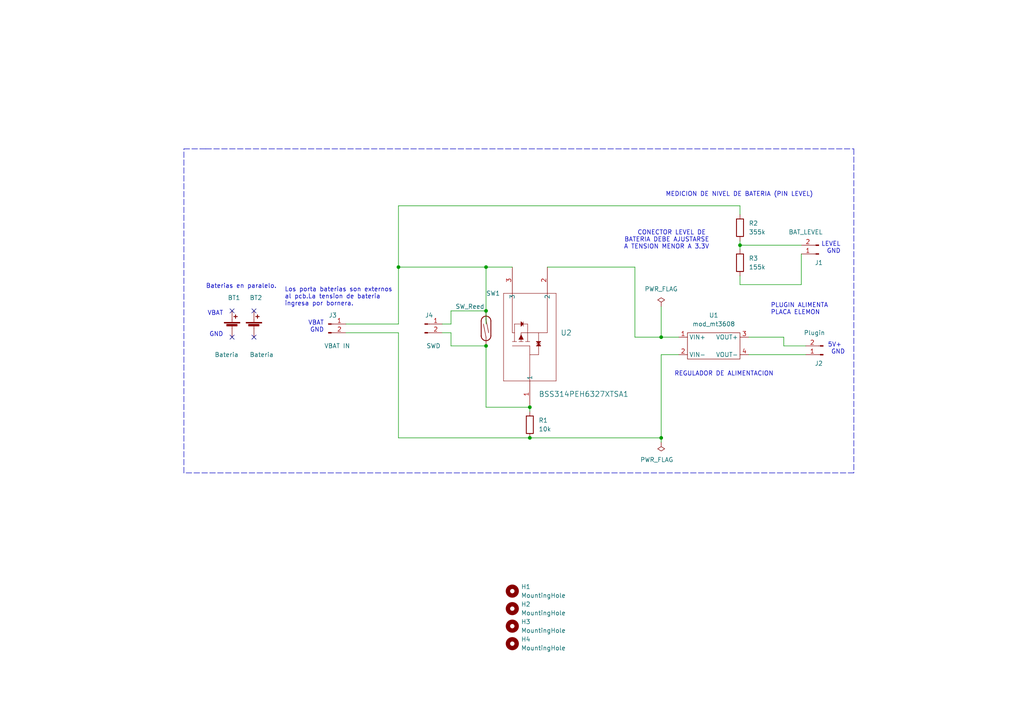
<source format=kicad_sch>
(kicad_sch (version 20211123) (generator eeschema)
  (paper "A4")
  (title_block (title "Simo bateria, PCB de conexion") (date "2023-05-04") (rev "0003") (company "I.N.T.I") (comment 1 "Revisor: Gustavo Rodriguez") (comment 2 "Autor:   German Velardez") (comment 3 "Licencia: CERN Open Hardware Licence Version 2") (comment 4 "Placa de conexion para elementos de la bateria."))
  (lib_symbols
    (symbol "Device:Battery_Cell" (pin_numbers hide) (pin_names (offset 0) hide)
      (property "Reference" "BT" (at 2.54 2.54 0))
      (property "Value" "Battery_Cell" (at 2.54 0 0))
      (symbol "Battery_Cell_0_1"
        (rectangle (start -2.286 1.778) (end 2.286 1.524) (fill (type outline)))
        (rectangle (start -1.5748 1.1938) (end 1.4732 0.6858) (fill (type outline)))
        (polyline (pts (xy 0 0.762) (xy 0 0)))
        (polyline (pts (xy 0 1.778) (xy 0 2.54)))
        (polyline (pts (xy 0.508 3.429) (xy 1.524 3.429)) (stroke (width 0.254)))
        (polyline (pts (xy 1.016 3.937) (xy 1.016 2.921)) (stroke (width 0.254)))
      )
      (symbol "Battery_Cell_1_1"
        (pin passive line (at 0 5.08 270) (length 2.54) (name "+") (number "1"))
        (pin passive line (at 0 -2.54 90) (length 2.54) (name "-") (number "2"))
      )
    )
    (symbol "Switch:SW_Reed" (pin_numbers hide) (pin_names (offset 0) hide)
      (property "Reference" "SW" (at 0 2.54 0))
      (property "Value" "SW_Reed" (at 0 -2.54 0))
      (symbol "SW_Reed_0_0"
        (arc (start -2.159 1.397) (mid -3.556 0) (end -2.159 -1.397) (stroke (width 0.254)))
        (polyline (pts (xy -2.54 0) (xy 1.27 0.762)))
        (polyline (pts (xy -2.159 -1.397) (xy 2.286 -1.397)) (stroke (width 0.254)))
        (polyline (pts (xy 2.159 1.397) (xy -2.159 1.397)) (stroke (width 0.254)))
        (polyline (pts (xy 2.54 0) (xy -1.27 -0.762)))
        (arc (start 2.159 -1.397) (mid 3.556 0) (end 2.159 1.397) (stroke (width 0.254)))
      )
      (symbol "SW_Reed_1_1"
        (pin passive line (at -5.08 0 0) (length 2.54) (name "1") (number "1"))
        (pin passive line (at 5.08 0 180) (length 2.54) (name "2") (number "2"))
      )
    )
    (symbol "simo_bateria:BSS314PEH6327XTSA1" (pin_names (offset 0.254))
      (property "Reference" "U" (at 20.32 12.7 0))
      (property "Value" "BSS314PEH6327XTSA1" (at 20.32 10.16 0))
      (symbol "BSS314PEH6327XTSA1_0_1"
        (polyline (pts (xy 7.62 -7.62) (xy 33.02 -7.62)) (stroke (width 0.127)))
        (polyline (pts (xy 7.62 0) (xy 17.78 0)) (stroke (width 0.127)))
        (polyline (pts (xy 7.62 7.62) (xy 7.62 -7.62)) (stroke (width 0.127)))
        (polyline (pts (xy 15.24 0) (xy 15.24 -2.54)) (stroke (width 0.127)))
        (polyline (pts (xy 17.78 -3.175) (xy 19.05 -1.905)) (stroke (width 0.127)))
        (polyline (pts (xy 17.78 -2.54) (xy 15.24 -2.54)) (stroke (width 0.127)))
        (polyline (pts (xy 17.78 -1.905) (xy 17.78 -3.175)) (stroke (width 0.127)))
        (polyline (pts (xy 17.78 -1.905) (xy 19.05 -3.175)) (stroke (width 0.127)))
        (polyline (pts (xy 17.78 5.08) (xy 17.78 0)) (stroke (width 0.127)))
        (polyline (pts (xy 18.415 -1.905) (xy 18.415 -3.175)) (stroke (width 0.127)))
        (polyline (pts (xy 19.05 -2.54) (xy 21.59 -2.54)) (stroke (width 0.127)))
        (polyline (pts (xy 19.05 -1.905) (xy 19.05 -3.175)) (stroke (width 0.127)))
        (polyline (pts (xy 19.05 0.635) (xy 24.13 0.635)) (stroke (width 0.127)))
        (polyline (pts (xy 19.05 1.27) (xy 19.05 0)) (stroke (width 0.127)))
        (polyline (pts (xy 19.05 3.175) (xy 19.05 1.905)) (stroke (width 0.127)))
        (polyline (pts (xy 19.05 4.445) (xy 21.59 4.445)) (stroke (width 0.127)))
        (polyline (pts (xy 19.05 5.08) (xy 19.05 3.81)) (stroke (width 0.127)))
        (polyline (pts (xy 19.685 1.905) (xy 20.955 2.54)) (stroke (width 0.127)))
        (polyline (pts (xy 19.685 2.54) (xy 19.05 2.54)) (stroke (width 0.127)))
        (polyline (pts (xy 19.685 3.175) (xy 19.685 1.905)) (stroke (width 0.127)))
        (polyline (pts (xy 20.955 2.54) (xy 19.685 3.175)) (stroke (width 0.127)))
        (polyline (pts (xy 20.955 2.54) (xy 21.59 2.54)) (stroke (width 0.127)))
        (polyline (pts (xy 21.59 -5.08) (xy 33.02 -5.08)) (stroke (width 0.127)))
        (polyline (pts (xy 21.59 2.54) (xy 21.59 -5.08)) (stroke (width 0.127)))
        (polyline (pts (xy 21.59 4.445) (xy 21.59 5.08)) (stroke (width 0.127)))
        (polyline (pts (xy 21.59 4.445) (xy 24.13 4.445)) (stroke (width 0.127)))
        (polyline (pts (xy 21.59 5.08) (xy 33.02 5.08)) (stroke (width 0.127)))
        (polyline (pts (xy 23.495 1.905) (xy 24.765 1.905)) (stroke (width 0.127)))
        (polyline (pts (xy 23.495 2.54) (xy 24.13 1.905)) (stroke (width 0.127)))
        (polyline (pts (xy 24.13 1.905) (xy 24.13 0.635)) (stroke (width 0.127)))
        (polyline (pts (xy 24.13 1.905) (xy 24.765 2.54)) (stroke (width 0.127)))
        (polyline (pts (xy 24.13 4.445) (xy 24.13 2.54)) (stroke (width 0.127)))
        (polyline (pts (xy 24.765 2.54) (xy 23.495 2.54)) (stroke (width 0.127)))
        (polyline (pts (xy 33.02 -7.62) (xy 33.02 7.62)) (stroke (width 0.127)))
        (polyline (pts (xy 33.02 7.62) (xy 7.62 7.62)) (stroke (width 0.127)))
        (polyline (pts (xy 19.685 3.175) (xy 19.685 1.905) (xy 20.955 2.54)) (fill (type outline)))
        (polyline (pts (xy 23.495 2.54) (xy 24.765 2.54) (xy 24.13 1.905)) (fill (type outline)))
        (polyline (pts (xy 17.78 -1.905) (xy 17.78 -3.175) (xy 19.05 -1.905) (xy 19.05 -3.175)) (fill (type outline)))
        (pin passive line (at 0 0 0) (length 7.62) (name "1") (number "1"))
        (pin passive line (at 40.64 -5.08 180) (length 7.62) (name "2") (number "2"))
        (pin passive line (at 40.64 5.08 180) (length 7.62) (name "3") (number "3"))
      )
    )
    (symbol "simo_bateria:Conn_01x02_Male" (pin_names (offset 1.016) hide)
      (property "Reference" "J1" (at 1.143 0.6351 90))
      (property "Value" "Conn_01x02_Male" (at 1.143 -1.9049 90))
      (symbol "Conn_01x02_Male_1_1"
        (polyline (pts (xy 1.27 -2.54) (xy 0.8636 -2.54)) (stroke (width 0.1524)))
        (polyline (pts (xy 1.27 0) (xy 0.8636 0)) (stroke (width 0.1524)))
        (rectangle (start 0.8636 -2.413) (end 0 -2.667) (stroke (width 0.1524)) (fill (type outline)))
        (rectangle (start 0.8636 0.127) (end 0 -0.127) (stroke (width 0.1524)) (fill (type outline)))
        (pin passive line (at 5.08 0 180) (length 3.81) (name "Pin_1") (number "1"))
        (pin passive line (at 5.08 -2.54 180) (length 3.81) (name "Pin_2") (number "2"))
      )
    )
    (symbol "simo_bateria:MountingHole" (pin_names (offset 1.016))
      (property "Reference" "H1" (at 2.54 1.2701 0))
      (property "Value" "MountingHole" (at 2.54 -1.2699 0))
      (symbol "MountingHole_0_1"
        (circle (center 0 0) (radius 1.27) (stroke (width 1.27)))
      )
    )
    (symbol "simo_bateria:PWR_FLAG" (power) (pin_numbers hide) (pin_names (offset 0) hide)
      (property "Value" "PWR_FLAG" (at 0 4.826 0))
      (symbol "PWR_FLAG_0_0"
        (pin power_out line (at 0 0 90) (length 0) (name "pwr") (number "1"))
      )
      (symbol "PWR_FLAG_0_1"
        (polyline (pts (xy 0 0) (xy 0 1.27) (xy -1.016 1.905) (xy 0 2.54) (xy 1.016 1.905) (xy 0 1.27)))
      )
    )
    (symbol "simo_bateria:R" (pin_numbers hide) (pin_names (offset 0))
      (property "Reference" "R" (at 2.032 0 90))
      (property "Value" "R" (at 0 0 90))
      (symbol "R_0_1"
        (rectangle (start -1.016 -2.54) (end 1.016 2.54) (stroke (width 0.254)))
      )
      (symbol "R_1_1"
        (pin passive line (at 0 3.81 270) (length 1.27) (name "~") (number "1"))
        (pin passive line (at 0 -3.81 90) (length 1.27) (name "~") (number "2"))
      )
    )
    (symbol "simo_bateria:mod_mt3608"
      (property "Reference" "U" (at -1.27 7.62 0))
      (property "Value" "mod_mt3608" (at 0 5.08 0))
      (symbol "mod_mt3608_0_1"
        (rectangle (start -7.62 3.81) (end 7.62 -3.81))
      )
      (symbol "mod_mt3608_1_1"
        (pin input line (at -10.16 2.54 0) (length 2.54) (name "VIN+") (number "1"))
        (pin input line (at -10.16 -2.54 0) (length 2.54) (name "VIN-") (number "2"))
        (pin output line (at 10.16 2.54 180) (length 2.54) (name "VOUT+") (number "3"))
        (pin output line (at 10.16 -2.54 180) (length 2.54) (name "VOUT-") (number "4"))
      )
    )
  )
  (junction (at 115.57 77.47))
  (junction (at 191.77 97.79))
  (junction (at 214.63 71.12))
  (junction (at 140.97 90.17))
  (junction (at 191.77 127))
  (junction (at 140.97 100.33))
  (junction (at 140.97 77.47))
  (junction (at 153.67 118.11))
  (junction (at 153.67 127))
  (no_connect (at 67.31 97.79))
  (no_connect (at 73.66 90.17))
  (no_connect (at 73.66 97.79))
  (no_connect (at 67.31 90.17))
  (wire (pts (xy 140.97 90.17) (xy 140.97 93.98)))
  (wire (pts (xy 191.77 102.87) (xy 196.85 102.87)))
  (wire (pts (xy 214.63 59.69) (xy 214.63 62.23)))
  (wire (pts (xy 140.97 100.33) (xy 140.97 118.11)))
  (polyline (pts (xy 247.65 43.18) (xy 247.65 137.16)))
  (wire (pts (xy 140.97 77.47) (xy 140.97 90.17)))
  (wire (pts (xy 115.57 59.69) (xy 115.57 77.47)))
  (wire (pts (xy 227.33 100.33) (xy 227.33 97.79)))
  (wire (pts (xy 214.63 71.12) (xy 214.63 72.39)))
  (wire (pts (xy 214.63 80.01) (xy 214.63 82.55)))
  (wire (pts (xy 140.97 77.47) (xy 148.59 77.47)))
  (polyline (pts (xy 247.65 137.16) (xy 53.34 137.16)))
  (wire (pts (xy 153.67 127) (xy 191.77 127)))
  (wire (pts (xy 232.41 71.12) (xy 214.63 71.12)))
  (polyline (pts (xy 59.69 43.18) (xy 247.65 43.18)))
  (wire (pts (xy 191.77 127) (xy 191.77 128.27)))
  (wire (pts (xy 115.57 77.47) (xy 140.97 77.47)))
  (wire (pts (xy 100.33 96.52) (xy 115.57 96.52)))
  (wire (pts (xy 227.33 100.33) (xy 233.68 100.33)))
  (wire (pts (xy 153.67 118.11) (xy 153.67 119.38)))
  (wire (pts (xy 191.77 88.9) (xy 191.77 97.79)))
  (wire (pts (xy 214.63 69.85) (xy 214.63 71.12)))
  (wire (pts (xy 130.81 90.17) (xy 140.97 90.17)))
  (wire (pts (xy 100.33 93.98) (xy 115.57 93.98)))
  (wire (pts (xy 115.57 59.69) (xy 214.63 59.69)))
  (wire (pts (xy 184.15 77.47) (xy 184.15 97.79)))
  (wire (pts (xy 130.81 93.98) (xy 130.81 90.17)))
  (polyline (pts (xy 53.34 43.18) (xy 59.69 43.18)))
  (wire (pts (xy 115.57 77.47) (xy 115.57 93.98)))
  (wire (pts (xy 158.75 77.47) (xy 184.15 77.47)))
  (polyline (pts (xy 53.34 137.16) (xy 53.34 43.18)))
  (wire (pts (xy 115.57 96.52) (xy 115.57 127)))
  (polyline (pts (xy 59.69 43.18) (xy 59.69 43.18)))
  (wire (pts (xy 128.27 96.52) (xy 130.81 96.52)))
  (wire (pts (xy 140.97 118.11) (xy 153.67 118.11)))
  (wire (pts (xy 191.77 102.87) (xy 191.77 127)))
  (wire (pts (xy 191.77 97.79) (xy 196.85 97.79)))
  (wire (pts (xy 217.17 102.87) (xy 233.68 102.87)))
  (wire (pts (xy 217.17 97.79) (xy 227.33 97.79)))
  (wire (pts (xy 191.77 97.79) (xy 184.15 97.79)))
  (wire (pts (xy 130.81 96.52) (xy 130.81 100.33)))
  (wire (pts (xy 232.41 82.55) (xy 214.63 82.55)))
  (wire (pts (xy 130.81 100.33) (xy 140.97 100.33)))
  (wire (pts (xy 232.41 73.66) (xy 232.41 82.55)))
  (wire (pts (xy 115.57 127) (xy 153.67 127)))
  (wire (pts (xy 128.27 93.98) (xy 130.81 93.98)))
  (text "MEDICION DE NIVEL DE BATERIA (PIN LEVEL)" (at 193.04 57.15 0) (effects (font (size 1.27 1.27)) (justify left bottom)))
  (text "CONECTOR LEVEL DE \nBATERIA DEBE AJUSTARSE\nA TENSION MENOR A 3.3V" (at 205.74 72.39 180) (effects (font (size 1.27 1.27)) (justify right bottom)))
  (text "LEVEL\nGND\n" (at 243.84 73.66 180) (effects (font (size 1.27 1.27)) (justify right bottom)))
  (text "Baterias en paralelo.\n" (at 59.69 83.82 0) (effects (font (size 1.27 1.27)) (justify left bottom)))
  (text "Los porta baterias son externos\nal pcb.La tension de bateria \ningresa por bornera." (at 82.55 88.9 0) (effects (font (size 1.27 1.27)) (justify left bottom)))
  (text "5V+ \nGND\n" (at 245.11 102.87 180) (effects (font (size 1.27 1.27)) (justify right bottom)))
  (text "VBAT\n\n\nGND\n" (at 64.77 97.79 180) (effects (font (size 1.27 1.27)) (justify right bottom)))
  (text "VBAT\nGND\n" (at 93.98 96.52 180) (effects (font (size 1.27 1.27)) (justify right bottom)))
  (text "REGULADOR DE ALIMENTACION" (at 195.58 109.22 0) (effects (font (size 1.27 1.27)) (justify left bottom)))
  (text "PLUGIN ALIMENTA \nPLACA ELEMON" (at 223.52 91.44 0) (effects (font (size 1.27 1.27)) (justify left bottom)))
  (symbol (lib_id "simo_bateria:MountingHole") (at 148.59 186.69 0) (unit 1)
    (property "Reference" "H4" (at 151.13 185.4199 0) (effects (justify left)))
    (property "Value" "MountingHole" (at 151.13 187.9599 0) (effects (justify left)))
    (property "Footprint" "MountingHole:MountingHole_3mm" (effects hide))
  )
  (symbol (lib_id "Device:Battery_Cell") (at 67.31 95.25 0) (unit 1)
    (property "Reference" "BT1" (at 66.04 86.36 0) (effects (justify left)))
    (property "Value" "Bateria" (at 62.23 102.87 0) (effects (justify left)))
    (property "Footprint" "simo_bateria:BH-18650-PC2_virtual" (effects hide))
    (property "Datasheet" "https://www.memoryprotectiondevices.com/datasheets/BK-18650-PC2-datasheet.pdf" (effects hide))
    (property "Bateria" "https://www.efestargentina.com.ar/18650.php" (effects hide))
  )
  (symbol (lib_id "simo_bateria:MountingHole") (at 148.59 171.45 0) (unit 1)
    (property "Reference" "H1" (at 151.13 170.1799 0) (effects (justify left)))
    (property "Value" "MountingHole" (at 151.13 172.7199 0) (effects (justify left)))
    (property "Footprint" "MountingHole:MountingHole_3mm" (effects hide))
  )
  (symbol (lib_id "simo_bateria:PWR_FLAG") (at 191.77 88.9 0) (unit 1)
    (property "Reference" "#FLG0102" (effects hide))
    (property "Value" "PWR_FLAG" (at 191.77 83.82 0))
  )
  (symbol (lib_id "simo_bateria:MountingHole") (at 148.59 181.61 0) (unit 1)
    (property "Reference" "H3" (at 151.13 180.3399 0) (effects (justify left)))
    (property "Value" "MountingHole" (at 151.13 182.8799 0) (effects (justify left)))
    (property "Footprint" "MountingHole:MountingHole_3mm" (effects hide))
  )
  (symbol (lib_id "simo_bateria:Conn_01x02_Male") (at 123.19 93.98 0) (unit 1)
    (property "Reference" "J4" (at 124.46 91.44 0))
    (property "Value" "SWD" (at 125.73 100.33 0))
    (property "Footprint" "simo_bateria:JST_EH_B2B-EH-A_1x02_P2.50mm_Vertical" (effects hide))
    (property "Datasheet" "https://www.jst-mfg.com/product/pdf/eng/eEH.pdf" (effects hide))
    (property "Digikey" "455-1611-ND" (effects hide))
    (property "Codigo" "B2B-EH-A(LF)(SN)" (effects hide))
  )
  (symbol (lib_id "Device:Battery_Cell") (at 73.66 95.25 0) (unit 1)
    (property "Reference" "BT2" (at 72.39 86.36 0) (effects (justify left)))
    (property "Value" "Bateria" (at 72.39 102.87 0) (effects (justify left)))
    (property "Footprint" "simo_bateria:BH-18650-PC2_virtual" (effects hide))
    (property "Datasheet" "https://www.memoryprotectiondevices.com/datasheets/BK-18650-PC2-datasheet.pdf" (effects hide))
    (property "Bateria" "https://www.efestargentina.com.ar/18650.php" (effects hide))
  )
  (symbol (lib_id "simo_bateria:BSS314PEH6327XTSA1") (at 153.67 118.11 90) (unit 1)
    (property "Reference" "U2" (at 162.56 96.52 90) (effects (font (size 1.524 1.524)) (justify right)))
    (property "Value" "BSS314PEH6327XTSA1" (at 156.21 114.3 90) (effects (font (size 1.524 1.524)) (justify right)))
    (property "Footprint" "simo_bateria:TRANS_BSS314PEH6327XTSA1_INF" (effects hide))
    (property "Datasheet" "https://www.infineon.com/dgdl/BSS314PE_rev2.2.pdf?folderId=db3a304314dca38901154a72e3951a65&fileId=db3a304330f68606013109b696aa0084" (effects hide))
  )
  (symbol (lib_id "Switch:SW_Reed") (at 140.97 95.25 270) (unit 1)
    (property "Reference" "SW1" (at 140.97 85.09 90) (effects (justify left)))
    (property "Value" "SW_Reed" (at 132.08 88.9 90) (effects (justify left)))
    (property "Footprint" "simo_bateria:RESITOR_THT" (effects hide))
    (property "Datasheet" "https://www.littelfuse.com/~/media/electronics/datasheets/reed_switches/littelfuse_reed_switches_mdsm_4_datasheet.pdf.pdf" (effects hide))
  )
  (symbol (lib_id "simo_bateria:Conn_01x02_Male") (at 95.25 93.98 0) (unit 1)
    (property "Reference" "J3" (at 96.52 91.44 0))
    (property "Value" "VBAT IN" (at 97.79 100.33 0))
    (property "Footprint" "simo_bateria:JST_EH_B2B-EH-A_1x02_P2.50mm_Vertical" (effects hide))
    (property "Datasheet" "https://www.jst-mfg.com/product/pdf/eng/eEH.pdf" (effects hide))
    (property "Digikey" "455-1611-ND" (effects hide))
    (property "Codigo" "B2B-EH-A(LF)(SN)" (effects hide))
  )
  (symbol (lib_id "simo_bateria:Conn_01x02_Male") (at 238.76 102.87 180) (unit 1)
    (property "Reference" "J2" (at 237.49 105.41 0))
    (property "Value" "Plugin" (at 236.22 96.52 0))
    (property "Footprint" "simo_bateria:JST_EH_B2B-EH-A_1x02_P2.50mm_Vertical" (effects hide))
    (property "Datasheet" "https://www.jst-mfg.com/product/pdf/eng/eEH.pdf" (effects hide))
    (property "Digikey" "455-1611-ND" (effects hide))
    (property "Codigo" "B2B-EH-A(LF)(SN)" (effects hide))
  )
  (symbol (lib_id "simo_bateria:Conn_01x02_Male") (at 237.49 73.66 180) (unit 1)
    (property "Reference" "J1" (at 237.49 76.2 0))
    (property "Value" "BAT_LEVEL" (at 233.68 67.31 0))
    (property "Footprint" "simo_bateria:JST_EH_B2B-EH-A_1x02_P2.50mm_Vertical" (effects hide))
    (property "Datasheet" "https://www.jst-mfg.com/product/pdf/eng/eEH.pdf" (effects hide))
    (property "Codigo" "B2B-EH-A(LF)(SN)" (effects hide))
    (property "Digikey" "455-1611-ND" (effects hide))
  )
  (symbol (lib_id "simo_bateria:PWR_FLAG") (at 191.77 128.27 180) (unit 1)
    (property "Reference" "#FLG0101" (effects hide))
    (property "Value" "PWR_FLAG" (at 190.5 133.35 0))
  )
  (symbol (lib_id "simo_bateria:mod_mt3608") (at 207.01 100.33 0) (unit 1)
    (property "Reference" "U1" (at 207.01 91.44 0))
    (property "Value" "mod_mt3608" (at 207.01 93.98 0))
    (property "Footprint" "simo_bateria:mt3608_v2" (effects hide))
    (property "Datasheet" "https://datasheetspdf.com/pdf-file/909246/AEROSEMI/MT3608/1" (effects hide))
  )
  (symbol (lib_id "simo_bateria:R") (at 214.63 76.2 0) (unit 1)
    (property "Reference" "R3" (at 217.17 74.9299 0) (effects (justify left)))
    (property "Value" "155k" (at 217.17 77.4699 0) (effects (justify left)))
    (property "Footprint" "simo_bateria:RESITOR_THT" (effects hide))
  )
  (symbol (lib_id "simo_bateria:MountingHole") (at 148.59 176.53 0) (unit 1)
    (property "Reference" "H2" (at 151.13 175.2599 0) (effects (justify left)))
    (property "Value" "MountingHole" (at 151.13 177.7999 0) (effects (justify left)))
    (property "Footprint" "MountingHole:MountingHole_3mm" (effects hide))
  )
  (symbol (lib_id "simo_bateria:R") (at 153.67 123.19 0) (unit 1)
    (property "Reference" "R1" (at 156.21 121.9199 0) (effects (justify left)))
    (property "Value" "10k" (at 156.21 124.4599 0) (effects (justify left)))
    (property "Footprint" "simo_bateria:RESITOR_THT" (effects hide))
  )
  (symbol (lib_id "simo_bateria:R") (at 214.63 66.04 180) (unit 1)
    (property "Reference" "R2" (at 217.17 64.7699 0) (effects (justify right)))
    (property "Value" "355k" (at 217.17 67.3099 0) (effects (justify right)))
    (property "Footprint" "simo_bateria:RESITOR_THT" (effects hide))
  )
)
</source>
